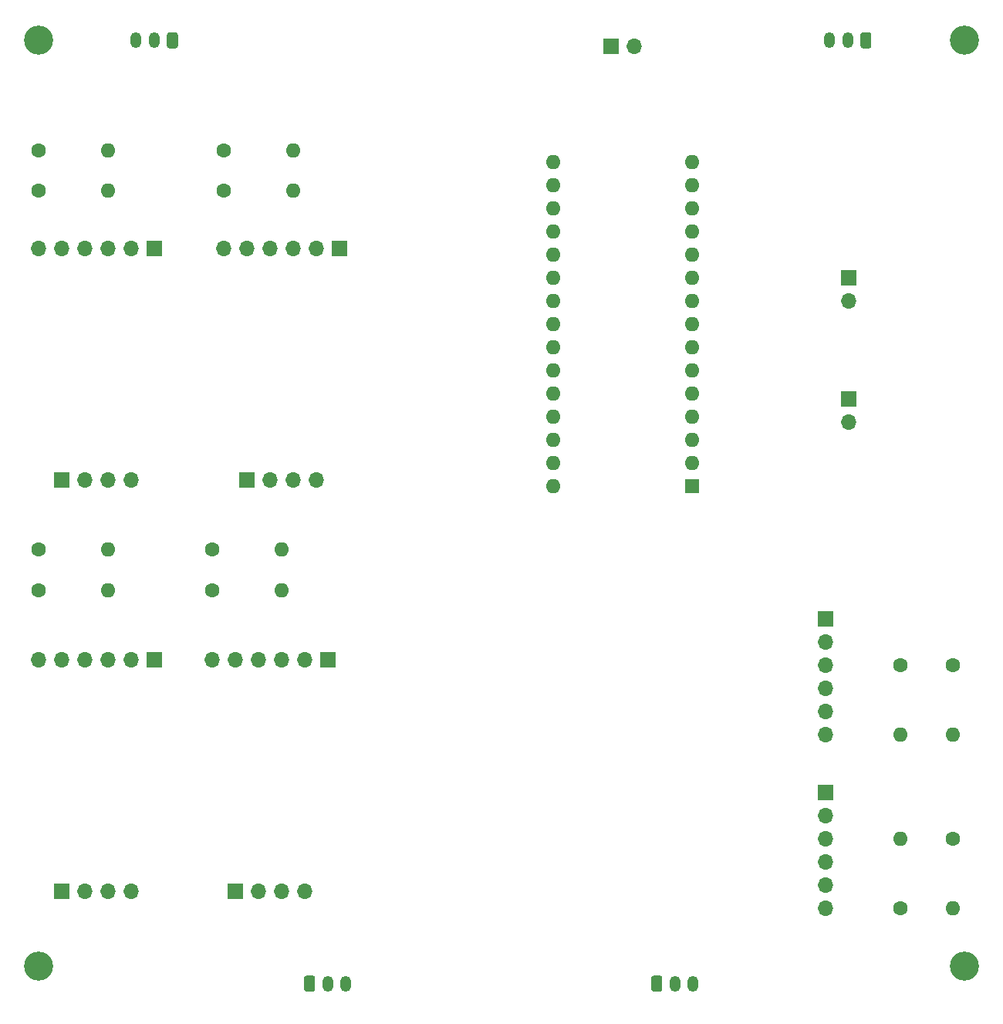
<source format=gbs>
G04 #@! TF.GenerationSoftware,KiCad,Pcbnew,(5.1.9)-1*
G04 #@! TF.CreationDate,2022-03-02T13:11:58-06:00*
G04 #@! TF.ProjectId,V2_load_cell,56325f6c-6f61-4645-9f63-656c6c2e6b69,rev?*
G04 #@! TF.SameCoordinates,Original*
G04 #@! TF.FileFunction,Soldermask,Bot*
G04 #@! TF.FilePolarity,Negative*
%FSLAX46Y46*%
G04 Gerber Fmt 4.6, Leading zero omitted, Abs format (unit mm)*
G04 Created by KiCad (PCBNEW (5.1.9)-1) date 2022-03-02 13:11:58*
%MOMM*%
%LPD*%
G01*
G04 APERTURE LIST*
%ADD10C,3.200000*%
%ADD11O,1.600000X1.600000*%
%ADD12R,1.600000X1.600000*%
%ADD13O,1.200000X1.750000*%
%ADD14O,1.700000X1.700000*%
%ADD15R,1.700000X1.700000*%
%ADD16C,1.600000*%
G04 APERTURE END LIST*
D10*
X18415000Y-120015000D03*
D11*
X74930000Y-31750000D03*
X90170000Y-31750000D03*
X74930000Y-67310000D03*
X90170000Y-34290000D03*
X74930000Y-64770000D03*
X90170000Y-36830000D03*
X74930000Y-62230000D03*
X90170000Y-39370000D03*
X74930000Y-59690000D03*
X90170000Y-41910000D03*
X74930000Y-57150000D03*
X90170000Y-44450000D03*
X74930000Y-54610000D03*
X90170000Y-46990000D03*
X74930000Y-52070000D03*
X90170000Y-49530000D03*
X74930000Y-49530000D03*
X90170000Y-52070000D03*
X74930000Y-46990000D03*
X90170000Y-54610000D03*
X74930000Y-44450000D03*
X90170000Y-57150000D03*
X74930000Y-41910000D03*
X90170000Y-59690000D03*
X74930000Y-39370000D03*
X90170000Y-62230000D03*
X74930000Y-36830000D03*
X90170000Y-64770000D03*
X74930000Y-34290000D03*
D12*
X90170000Y-67310000D03*
G36*
G01*
X47565000Y-122545001D02*
X47565000Y-121294999D01*
G75*
G02*
X47814999Y-121045000I249999J0D01*
G01*
X48515001Y-121045000D01*
G75*
G02*
X48765000Y-121294999I0J-249999D01*
G01*
X48765000Y-122545001D01*
G75*
G02*
X48515001Y-122795000I-249999J0D01*
G01*
X47814999Y-122795000D01*
G75*
G02*
X47565000Y-122545001I0J249999D01*
G01*
G37*
D13*
X50165000Y-121920000D03*
X52165000Y-121920000D03*
G36*
G01*
X85665000Y-122545001D02*
X85665000Y-121294999D01*
G75*
G02*
X85914999Y-121045000I249999J0D01*
G01*
X86615001Y-121045000D01*
G75*
G02*
X86865000Y-121294999I0J-249999D01*
G01*
X86865000Y-122545001D01*
G75*
G02*
X86615001Y-122795000I-249999J0D01*
G01*
X85914999Y-122795000D01*
G75*
G02*
X85665000Y-122545001I0J249999D01*
G01*
G37*
X88265000Y-121920000D03*
X90265000Y-121920000D03*
G36*
G01*
X109820000Y-17789999D02*
X109820000Y-19040001D01*
G75*
G02*
X109570001Y-19290000I-249999J0D01*
G01*
X108869999Y-19290000D01*
G75*
G02*
X108620000Y-19040001I0J249999D01*
G01*
X108620000Y-17789999D01*
G75*
G02*
X108869999Y-17540000I249999J0D01*
G01*
X109570001Y-17540000D01*
G75*
G02*
X109820000Y-17789999I0J-249999D01*
G01*
G37*
X107220000Y-18415000D03*
X105220000Y-18415000D03*
G36*
G01*
X33715000Y-17789999D02*
X33715000Y-19040001D01*
G75*
G02*
X33465001Y-19290000I-249999J0D01*
G01*
X32764999Y-19290000D01*
G75*
G02*
X32515000Y-19040001I0J249999D01*
G01*
X32515000Y-17789999D01*
G75*
G02*
X32764999Y-17540000I249999J0D01*
G01*
X33465001Y-17540000D01*
G75*
G02*
X33715000Y-17789999I0J-249999D01*
G01*
G37*
X31115000Y-18415000D03*
X29115000Y-18415000D03*
D14*
X107315000Y-46990000D03*
D15*
X107315000Y-44450000D03*
D14*
X107315000Y-60325000D03*
D15*
X107315000Y-57785000D03*
D10*
X120015000Y-120015000D03*
X120015000Y-18415000D03*
X18415000Y-18415000D03*
D15*
X50165000Y-86360000D03*
D14*
X47625000Y-86360000D03*
X45085000Y-86360000D03*
X42545000Y-86360000D03*
X40005000Y-86360000D03*
X37465000Y-86360000D03*
D16*
X113030000Y-113665000D03*
D11*
X113030000Y-106045000D03*
D16*
X113030000Y-86995000D03*
D11*
X113030000Y-94615000D03*
D16*
X118745000Y-106045000D03*
D11*
X118745000Y-113665000D03*
D16*
X118745000Y-86995000D03*
D11*
X118745000Y-94615000D03*
D15*
X81280000Y-19050000D03*
D14*
X83820000Y-19050000D03*
X104775000Y-94615000D03*
X104775000Y-92075000D03*
X104775000Y-89535000D03*
X104775000Y-86995000D03*
X104775000Y-84455000D03*
D15*
X104775000Y-81915000D03*
X104775000Y-100965000D03*
D14*
X104775000Y-103505000D03*
X104775000Y-106045000D03*
X104775000Y-108585000D03*
X104775000Y-111125000D03*
X104775000Y-113665000D03*
X18415000Y-41275000D03*
X20955000Y-41275000D03*
X23495000Y-41275000D03*
X26035000Y-41275000D03*
X28575000Y-41275000D03*
D15*
X31115000Y-41275000D03*
D14*
X28575000Y-66675000D03*
X26035000Y-66675000D03*
X23495000Y-66675000D03*
D15*
X20955000Y-66675000D03*
X51435000Y-41275000D03*
D14*
X48895000Y-41275000D03*
X46355000Y-41275000D03*
X43815000Y-41275000D03*
X41275000Y-41275000D03*
X38735000Y-41275000D03*
D15*
X41275000Y-66675000D03*
D14*
X43815000Y-66675000D03*
X46355000Y-66675000D03*
X48895000Y-66675000D03*
X18415000Y-86360000D03*
X20955000Y-86360000D03*
X23495000Y-86360000D03*
X26035000Y-86360000D03*
X28575000Y-86360000D03*
D15*
X31115000Y-86360000D03*
X20955000Y-111760000D03*
D14*
X23495000Y-111760000D03*
X26035000Y-111760000D03*
X28575000Y-111760000D03*
X47625000Y-111760000D03*
X45085000Y-111760000D03*
X42545000Y-111760000D03*
D15*
X40005000Y-111760000D03*
D16*
X18415000Y-34925000D03*
D11*
X26035000Y-34925000D03*
X26035000Y-30480000D03*
D16*
X18415000Y-30480000D03*
D11*
X46355000Y-34925000D03*
D16*
X38735000Y-34925000D03*
X38735000Y-30480000D03*
D11*
X46355000Y-30480000D03*
D16*
X18415000Y-78740000D03*
D11*
X26035000Y-78740000D03*
X26035000Y-74295000D03*
D16*
X18415000Y-74295000D03*
D11*
X45085000Y-78740000D03*
D16*
X37465000Y-78740000D03*
X37465000Y-74295000D03*
D11*
X45085000Y-74295000D03*
M02*

</source>
